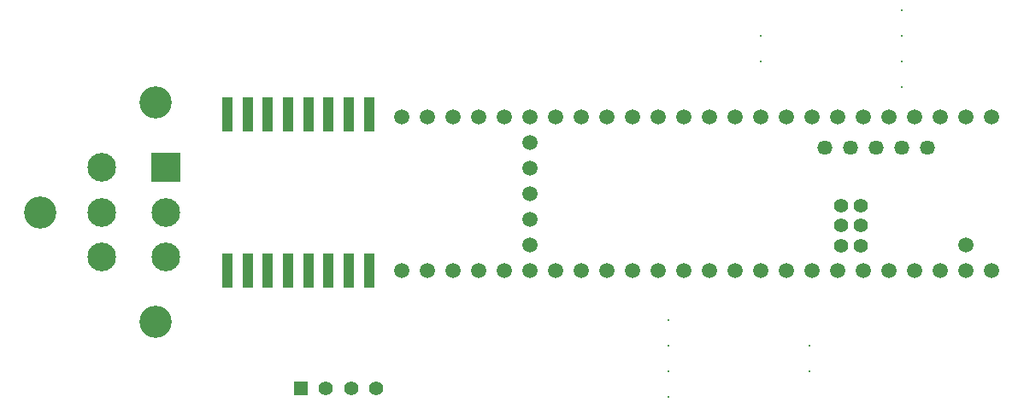
<source format=gbr>
%TF.GenerationSoftware,Altium Limited,Altium Designer,24.10.1 (45)*%
G04 Layer_Color=8388736*
%FSLAX45Y45*%
%MOMM*%
%TF.SameCoordinates,7F7612D6-C118-48B3-99A1-FC737374F31D*%
%TF.FilePolarity,Negative*%
%TF.FileFunction,Soldermask,Top*%
%TF.Part,Single*%
G01*
G75*
%TA.AperFunction,SMDPad,CuDef*%
%ADD10R,1.00000X3.50000*%
%TA.AperFunction,ComponentPad*%
%ADD19R,1.40000X1.40000*%
%ADD20C,1.40000*%
%ADD28C,3.19320*%
%ADD29C,2.84320*%
%ADD30R,2.84320X2.84320*%
%ADD31C,0.20320*%
%ADD32C,1.51120*%
%ADD33C,1.46120*%
%ADD34C,1.41120*%
D10*
X4243300Y1790400D02*
D03*
X4043300D02*
D03*
X3843300D02*
D03*
X3643300D02*
D03*
X3443300D02*
D03*
X3243300D02*
D03*
X3043300D02*
D03*
X2843300D02*
D03*
Y3340400D02*
D03*
X3043300D02*
D03*
X3243300D02*
D03*
X3443300D02*
D03*
X3643300D02*
D03*
X3843300D02*
D03*
X4043300D02*
D03*
X4243300D02*
D03*
D19*
X3568700Y622300D02*
D03*
D20*
X3818700D02*
D03*
X4068700D02*
D03*
X4318700D02*
D03*
D28*
X990600Y2369700D02*
D03*
X2133600Y3456700D02*
D03*
Y1282700D02*
D03*
D29*
X1600600Y2814700D02*
D03*
Y1924700D02*
D03*
X2235600Y2369700D02*
D03*
Y1924700D02*
D03*
X1600600Y2369700D02*
D03*
D30*
X2235600Y2814700D02*
D03*
D31*
X8610600Y787400D02*
D03*
Y1041400D02*
D03*
X7213600Y1295400D02*
D03*
Y1041400D02*
D03*
Y787400D02*
D03*
Y533400D02*
D03*
X8128000Y4114800D02*
D03*
Y3860800D02*
D03*
X9525000Y3606800D02*
D03*
Y3860800D02*
D03*
Y4114800D02*
D03*
Y4368800D02*
D03*
D32*
X6604000Y1790700D02*
D03*
X6350000D02*
D03*
X6096000D02*
D03*
X5842000D02*
D03*
X5588000D02*
D03*
X5334000D02*
D03*
X5080000D02*
D03*
X4826000D02*
D03*
X4572000D02*
D03*
Y3314700D02*
D03*
X4826000D02*
D03*
X5080000D02*
D03*
X5334000D02*
D03*
X5588000D02*
D03*
X5842000D02*
D03*
X6096000D02*
D03*
X6350000D02*
D03*
X6604000D02*
D03*
X10414000Y1790700D02*
D03*
X10160000D02*
D03*
X9906000D02*
D03*
X9652000D02*
D03*
X9398000D02*
D03*
X9144000D02*
D03*
X8890000D02*
D03*
X8636000D02*
D03*
X8382000D02*
D03*
X8128000D02*
D03*
X7874000D02*
D03*
X7620000D02*
D03*
X7366000D02*
D03*
X7112000D02*
D03*
X6858000Y3314700D02*
D03*
X7112000D02*
D03*
X7366000D02*
D03*
X7620000D02*
D03*
X7874000D02*
D03*
X8128000D02*
D03*
X8382000D02*
D03*
X8636000D02*
D03*
X8890000D02*
D03*
X9144000D02*
D03*
X9398000D02*
D03*
X9652000D02*
D03*
X9906000D02*
D03*
X6858000Y1790700D02*
D03*
X5842000Y2298700D02*
D03*
X10160000Y2044700D02*
D03*
X5842000D02*
D03*
Y2552700D02*
D03*
Y2806700D02*
D03*
Y3060700D02*
D03*
X10160000Y3314700D02*
D03*
X10414000D02*
D03*
D33*
X8763000Y3009700D02*
D03*
X9017000D02*
D03*
X9271000D02*
D03*
X9525000D02*
D03*
X9779000D02*
D03*
D34*
X9117000Y2435700D02*
D03*
Y2235700D02*
D03*
X8917000Y2435700D02*
D03*
Y2235700D02*
D03*
X9117000Y2035700D02*
D03*
X8917000D02*
D03*
%TF.MD5,8c1c85259c20fa942a6763482cc6c43c*%
M02*

</source>
